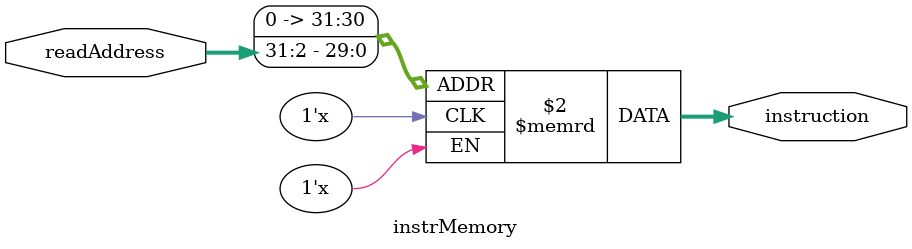
<source format=v>
`timescale 1ns / 1ps


module instrMemory(
    input [31:0] readAddress,
    output reg [31:0] instruction
    );
    reg [31:0] instrFile[31:0];
    always @ (readAddress)
    begin
        instruction=instrFile[readAddress>>2];
    end
endmodule

</source>
